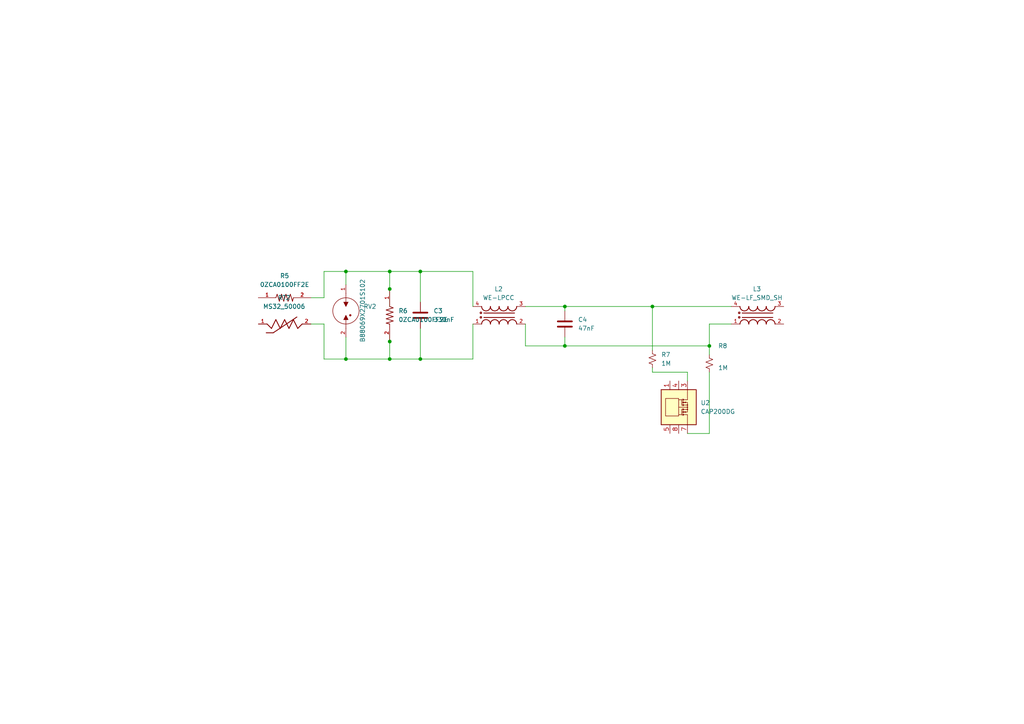
<source format=kicad_sch>
(kicad_sch (version 20231120) (generator "eeschema") (generator_version "8.0")
  (paper "A4")
  (lib_symbols
    (symbol "0ZCA0100FF2E:0ZCA0100FF2E" (pin_names (offset 1.016))
      (property "Reference" "R" (at -3.81 1.4986 0))
      (property "Value" "0ZCA0100FF2E" (at -3.81 -3.302 0))
      (symbol "0ZCA0100FF2E_0_0"
        (polyline (pts (xy -2.54 0) (xy -2.159 1.016)) (stroke (width 0.2032)))
        (polyline (pts (xy -2.159 1.016) (xy -1.524 -1.016)) (stroke (width 0.2032)))
        (polyline (pts (xy -1.524 -1.016) (xy -0.889 1.016)) (stroke (width 0.2032)))
        (polyline (pts (xy -0.889 1.016) (xy -0.254 -1.016)) (stroke (width 0.2032)))
        (polyline (pts (xy -0.254 -1.016) (xy 0.381 1.016)) (stroke (width 0.2032)))
        (polyline (pts (xy 0.381 1.016) (xy 1.016 -1.016)) (stroke (width 0.2032)))
        (polyline (pts (xy 1.016 -1.016) (xy 1.651 1.016)) (stroke (width 0.2032)))
        (polyline (pts (xy 1.651 1.016) (xy 2.286 -1.016)) (stroke (width 0.2032)))
        (polyline (pts (xy 2.286 -1.016) (xy 2.54 0)) (stroke (width 0.2032)))
        (pin passive line (at -7.62 0 0) (length 5.08) (name "~") (number "1"))
        (pin passive line (at 7.62 0 180) (length 5.08) (name "~") (number "2"))
      )
    )
    (symbol "B88069X2701S102:B88069X2701S102" (pin_names (offset 1.016))
      (property "Reference" "RV" (at 5.08 0 0))
      (property "Value" "B88069X2701S102" (at 5.08 -2.54 0))
      (symbol "B88069X2701S102_0_0"
        (polyline (pts (xy 0 -2.54) (xy 0 -5.08)) (stroke (width 0.1524)))
        (polyline (pts (xy 0 2.54) (xy 0 5.08)) (stroke (width 0.1524)))
        (polyline (pts (xy -0.635 -2.54) (xy 0.635 -2.54) (xy 0 -1.27) (xy -0.635 -2.54)) (stroke (width 0.1524)) (fill (type outline)))
        (polyline (pts (xy 0.635 2.54) (xy -0.635 2.54) (xy 0 1.27) (xy 0.635 2.54)) (stroke (width 0.1524)) (fill (type outline)))
        (circle (center 0 0) (radius 3.81) (stroke (width 0.1524)))
        (circle (center 1.27 -1.27) (radius 0.1588) (stroke (width 0.3175)))
        (pin passive line (at 0 7.62 270) (length 2.54) (name "~") (number "1"))
        (pin passive line (at 0 -7.62 90) (length 2.54) (name "~") (number "2"))
      )
    )
    (symbol "Device:C" (pin_numbers hide) (pin_names (offset 0.254))
      (property "Reference" "C" (at 0.635 2.54 0))
      (property "Value" "C" (at 0.635 -2.54 0))
      (symbol "C_0_1"
        (polyline (pts (xy -2.032 -0.762) (xy 2.032 -0.762)) (stroke (width 0.508)))
        (polyline (pts (xy -2.032 0.762) (xy 2.032 0.762)) (stroke (width 0.508)))
      )
      (symbol "C_1_1"
        (pin passive line (at 0 3.81 270) (length 2.794) (name "~") (number "1"))
        (pin passive line (at 0 -3.81 90) (length 2.794) (name "~") (number "2"))
      )
    )
    (symbol "Device:R_Small_US" (pin_numbers hide) (pin_names (offset 0.254) hide)
      (property "Reference" "R" (at 0.762 0.508 0))
      (property "Value" "R_Small_US" (at 0.762 -1.016 0))
      (symbol "R_Small_US_1_1"
        (polyline (pts (xy 0 0) (xy 1.016 -0.381) (xy 0 -0.762) (xy -1.016 -1.143) (xy 0 -1.524)))
        (polyline (pts (xy 0 1.524) (xy 1.016 1.143) (xy 0 0.762) (xy -1.016 0.381) (xy 0 0)))
        (pin passive line (at 0 2.54 270) (length 1.016) (name "~") (number "1"))
        (pin passive line (at 0 -2.54 90) (length 1.016) (name "~") (number "2"))
      )
    )
    (symbol "MS32_50006:MS32_50006" (pin_names (offset 1.016))
      (property "Reference" "RT" (at -5.08 2.54 0))
      (property "Value" "MS32_50006" (at -5.08 -5.08 0))
      (symbol "MS32_50006_0_0"
        (polyline (pts (xy -3.81 -1.27) (xy -5.08 0)) (stroke (width 0.254)))
        (polyline (pts (xy -3.302 -2.54) (xy -5.334 -2.54)) (stroke (width 0.254)))
        (polyline (pts (xy -3.302 -2.54) (xy 3.556 2.032)) (stroke (width 0.254)))
        (polyline (pts (xy -2.54 1.27) (xy -3.81 -1.27)) (stroke (width 0.254)))
        (polyline (pts (xy -1.27 -1.27) (xy -2.54 1.27)) (stroke (width 0.254)))
        (polyline (pts (xy -1.27 -1.27) (xy 0 1.27)) (stroke (width 0.254)))
        (polyline (pts (xy 0 1.27) (xy 1.27 -1.27)) (stroke (width 0.254)))
        (polyline (pts (xy 1.27 -1.27) (xy 2.54 1.27)) (stroke (width 0.254)))
        (polyline (pts (xy 2.54 1.27) (xy 3.81 -1.27)) (stroke (width 0.254)))
        (polyline (pts (xy 3.81 -1.27) (xy 5.08 0)) (stroke (width 0.254)))
        (pin passive line (at -7.62 0 0) (length 2.54) (name "~") (number "1"))
        (pin passive line (at 7.62 0 180) (length 2.54) (name "~") (number "2"))
      )
    )
    (symbol "Power_Management:CAP200DG" (pin_names (offset 1.27))
      (property "Reference" "U" (at 3.81 8.89 0))
      (property "Value" "CAP200DG" (at 3.81 6.35 0))
      (symbol "CAP200DG_0_1"
        (rectangle (start -5.08 5.08) (end 5.08 -5.08) (stroke (width 0.254)) (fill (type background)))
        (rectangle (start -3.81 2.54) (end 0 -2.54))
        (polyline (pts (xy 0.889 -2.159) (xy 0 -2.159)))
        (polyline (pts (xy 0.889 -0.508) (xy 0.889 -2.286)))
        (polyline (pts (xy 0.889 2.159) (xy 0 2.159)))
        (polyline (pts (xy 0.889 2.286) (xy 0.889 0.508)))
        (polyline (pts (xy 1.27 -2.159) (xy 2.54 -2.159)))
        (polyline (pts (xy 1.27 2.159) (xy 2.54 2.159)))
        (polyline (pts (xy 2.413 0) (xy 0 0)))
        (polyline (pts (xy 2.54 -2.159) (xy 2.54 -5.08)))
        (polyline (pts (xy 1.27 -2.032) (xy 1.27 -2.286) (xy 1.27 -2.286)) (stroke (width 0.3556)))
        (polyline (pts (xy 1.27 -1.27) (xy 1.27 -1.524) (xy 1.27 -1.524)) (stroke (width 0.3556)))
        (polyline (pts (xy 1.27 0.762) (xy 1.27 0.508) (xy 1.27 0.508)) (stroke (width 0.3556)))
        (polyline (pts (xy 1.27 1.524) (xy 1.27 1.27) (xy 1.27 1.27)) (stroke (width 0.3556)))
        (polyline (pts (xy 1.27 2.286) (xy 1.27 2.032) (xy 1.27 2.032)) (stroke (width 0.3556)))
        (polyline (pts (xy 1.397 -1.397) (xy 2.54 -1.397) (xy 2.54 -0.635)))
        (polyline (pts (xy 1.397 1.397) (xy 2.54 1.397) (xy 2.54 0.635)))
        (polyline (pts (xy 2.54 2.159) (xy 2.54 5.08) (xy 2.54 3.175)))
        (polyline (pts (xy 1.397 -0.635) (xy 2.54 -0.635) (xy 2.54 0.635) (xy 1.397 0.635)))
        (polyline (pts (xy 1.524 -1.397) (xy 2.032 -1.27) (xy 2.032 -1.524) (xy 1.524 -1.397)))
        (polyline (pts (xy 1.524 1.397) (xy 2.032 1.524) (xy 2.032 1.27) (xy 1.524 1.397)))
        (circle (center 2.54 -0.635) (radius 0.127))
        (circle (center 2.54 0) (radius 0.127))
        (circle (center 2.54 0.635) (radius 0.127))
      )
      (symbol "CAP200DG_1_1"
        (polyline (pts (xy 1.27 -0.508) (xy 1.27 -0.762)) (stroke (width 0.3556)))
        (pin passive line (at -2.54 7.62 270) (length 2.54) (name "~") (number "1"))
        (pin passive line (at 2.54 7.62 270) (length 2.54) hide (name "~") (number "2"))
        (pin passive line (at 2.54 7.62 270) (length 2.54) (name "~") (number "3"))
        (pin passive line (at 0 7.62 270) (length 2.54) (name "~") (number "4"))
        (pin passive line (at -2.54 -7.62 90) (length 2.54) (name "~") (number "5"))
        (pin passive line (at 2.54 -7.62 90) (length 2.54) hide (name "~") (number "6"))
        (pin passive line (at 2.54 -7.62 90) (length 2.54) (name "~") (number "7"))
        (pin passive line (at 0 -7.62 90) (length 2.54) (name "~") (number "8"))
      )
    )
    (symbol "WE-LF_SMD_SH:WE-LF_SMD_SH" (pin_names (offset 1.016))
      (property "Reference" "L" (at 0 3.51 0))
      (property "Value" "WE-LF_SMD_SH" (at -4.44 -5.12 0))
      (symbol "WE-LF_SMD_SH_0_0"
        (circle (center -5.3 -0.6) (radius 0.1) (stroke (width 0.254)))
        (circle (center -5.3 0.7) (radius 0.1) (stroke (width 0.254)))
        (arc (start -5.08 2.54) (mid -3.81 1.2755) (end -2.54 2.54) (stroke (width 0.254)))
        (arc (start -2.54 -2.54) (mid -3.81 -1.2755) (end -5.08 -2.54) (stroke (width 0.254)))
        (arc (start -2.54 2.54) (mid -1.27 1.2755) (end 0 2.54) (stroke (width 0.254)))
        (arc (start 0 -2.54) (mid -1.27 -1.2755) (end -2.54 -2.54) (stroke (width 0.254)))
        (polyline (pts (xy -4.445 -0.635) (xy 4.445 -0.635)) (stroke (width 0.254)))
        (polyline (pts (xy -4.445 0.635) (xy 4.445 0.635)) (stroke (width 0.254)))
        (arc (start 0 2.54) (mid 1.27 1.2755) (end 2.54 2.54) (stroke (width 0.254)))
        (arc (start 2.54 -2.54) (mid 1.27 -1.2755) (end 0 -2.54) (stroke (width 0.254)))
        (arc (start 2.54 2.54) (mid 3.81 1.2755) (end 5.08 2.54) (stroke (width 0.254)))
        (arc (start 5.08 -2.54) (mid 3.81 -1.2755) (end 2.54 -2.54) (stroke (width 0.254)))
        (pin passive line (at -7.62 -2.54 0) (length 2.54) (name "~") (number "1"))
        (pin passive line (at 7.62 -2.54 180) (length 2.54) (name "~") (number "2"))
        (pin passive line (at 7.62 2.54 180) (length 2.54) (name "~") (number "3"))
        (pin passive line (at -7.62 2.54 0) (length 2.54) (name "~") (number "4"))
      )
    )
    (symbol "WE-LPCC:WE-LPCC" (pin_names (offset 1.016))
      (property "Reference" "L" (at 0 3.302 0))
      (symbol "WE-LPCC_0_0"
        (circle (center -5.3 -0.6) (radius 0.1) (stroke (width 0.254)))
        (circle (center -5.3 0.7) (radius 0.1) (stroke (width 0.254)))
        (arc (start -5.08 2.54) (mid -3.81 1.2755) (end -2.54 2.54) (stroke (width 0.254)))
        (arc (start -2.54 -2.54) (mid -3.81 -1.2755) (end -5.08 -2.54) (stroke (width 0.254)))
        (arc (start -2.54 2.54) (mid -1.27 1.2755) (end 0 2.54) (stroke (width 0.254)))
        (arc (start 0 -2.54) (mid -1.27 -1.2755) (end -2.54 -2.54) (stroke (width 0.254)))
        (polyline (pts (xy -4.445 -0.635) (xy 4.445 -0.635)) (stroke (width 0.254)))
        (polyline (pts (xy -4.445 0.635) (xy 4.445 0.635)) (stroke (width 0.254)))
        (arc (start 0 2.54) (mid 1.27 1.2755) (end 2.54 2.54) (stroke (width 0.254)))
        (arc (start 2.54 -2.54) (mid 1.27 -1.2755) (end 0 -2.54) (stroke (width 0.254)))
        (arc (start 2.54 2.54) (mid 3.81 1.2755) (end 5.08 2.54) (stroke (width 0.254)))
        (arc (start 5.08 -2.54) (mid 3.81 -1.2755) (end 2.54 -2.54) (stroke (width 0.254)))
        (pin passive line (at -7.62 -2.54 0) (length 2.54) (name "~") (number "1"))
        (pin passive line (at 7.62 -2.54 180) (length 2.54) (name "~") (number "2"))
        (pin passive line (at 7.62 2.54 180) (length 2.54) (name "~") (number "3"))
        (pin passive line (at -7.62 2.54 0) (length 2.54) (name "~") (number "4"))
      )
    )
  )
  (junction (at 121.92 104.14))
  (junction (at 163.83 88.9))
  (junction (at 189.23 88.9))
  (junction (at 113.03 104.14))
  (junction (at 113.03 78.74))
  (junction (at 163.83 100.33))
  (junction (at 113.03 83.82))
  (junction (at 113.03 99.06))
  (junction (at 121.92 78.74))
  (junction (at 205.74 100.33))
  (junction (at 100.33 78.74))
  (junction (at 100.33 104.14))
  (wire (pts (xy 113.03 96.52) (xy 113.03 99.06)))
  (wire (pts (xy 113.03 99.06) (xy 113.03 104.14)))
  (wire (pts (xy 100.33 104.14) (xy 113.03 104.14)))
  (wire (pts (xy 113.03 78.74) (xy 113.03 83.82)))
  (wire (pts (xy 93.98 104.14) (xy 93.98 93.98)))
  (wire (pts (xy 189.23 88.9) (xy 212.09 88.9)))
  (wire (pts (xy 113.03 83.82) (xy 113.03 88.9)))
  (wire (pts (xy 205.74 93.98) (xy 205.74 100.33)))
  (wire (pts (xy 121.92 104.14) (xy 137.16 104.14)))
  (wire (pts (xy 163.83 100.33) (xy 205.74 100.33)))
  (wire (pts (xy 93.98 93.98) (xy 90.17 93.98)))
  (wire (pts (xy 205.74 107.95) (xy 205.74 125.73)))
  (wire (pts (xy 189.23 88.9) (xy 189.23 101.6)))
  (wire (pts (xy 152.4 88.9) (xy 163.83 88.9)))
  (wire (pts (xy 199.39 107.95) (xy 189.23 107.95)))
  (wire (pts (xy 100.33 104.14) (xy 93.98 104.14)))
  (wire (pts (xy 100.33 78.74) (xy 100.33 82.55)))
  (wire (pts (xy 121.92 95.25) (xy 121.92 104.14)))
  (wire (pts (xy 100.33 78.74) (xy 93.98 78.74)))
  (wire (pts (xy 137.16 88.9) (xy 137.16 78.74)))
  (wire (pts (xy 121.92 78.74) (xy 121.92 87.63)))
  (wire (pts (xy 93.98 78.74) (xy 93.98 86.36)))
  (wire (pts (xy 163.83 88.9) (xy 189.23 88.9)))
  (wire (pts (xy 113.03 78.74) (xy 121.92 78.74)))
  (wire (pts (xy 152.4 100.33) (xy 163.83 100.33)))
  (wire (pts (xy 163.83 97.79) (xy 163.83 100.33)))
  (wire (pts (xy 205.74 125.73) (xy 199.39 125.73)))
  (wire (pts (xy 152.4 93.98) (xy 152.4 100.33)))
  (wire (pts (xy 205.74 100.33) (xy 205.74 102.87)))
  (wire (pts (xy 121.92 104.14) (xy 113.03 104.14)))
  (wire (pts (xy 137.16 93.98) (xy 137.16 104.14)))
  (wire (pts (xy 100.33 97.79) (xy 100.33 104.14)))
  (wire (pts (xy 205.74 93.98) (xy 212.09 93.98)))
  (wire (pts (xy 163.83 88.9) (xy 163.83 90.17)))
  (wire (pts (xy 199.39 110.49) (xy 199.39 107.95)))
  (wire (pts (xy 137.16 78.74) (xy 121.92 78.74)))
  (wire (pts (xy 93.98 86.36) (xy 90.17 86.36)))
  (wire (pts (xy 189.23 107.95) (xy 189.23 106.68)))
  (wire (pts (xy 113.03 78.74) (xy 100.33 78.74)))
  (symbol (lib_id "0ZCA0100FF2E:0ZCA0100FF2E") (at 82.55 86.36 0) (unit 1)
    (property "Reference" "R5" (at 82.55 80.01 0))
    (property "Value" "0ZCA0100FF2E" (at 82.55 82.55 0))
    (property "Footprint" "0ZCA0100FF2E:RESC3216X125N" (effects (hide yes)))
    (property "MF" "Bel Fuse" (effects (hide yes)))
    (property "Description_1" "\nPolymeric PTC Resettable Fuse 6V 1 A Ih Surface Mount 1206 (3216 Metric), Concave\n" (effects (hide yes)))
    (property "Package" "1206 Bel Fuse" (effects (hide yes)))
    (property "Price" "None" (effects (hide yes)))
    (property "SnapEDA_Link" "https://www.snapeda.com/parts/0ZCA0100FF2E/Bel+Fuse+Inc./view-part/?ref=snap" (effects (hide yes)))
    (property "MP" "0ZCA0100FF2E" (effects (hide yes)))
    (property "Availability" "In Stock" (effects (hide yes)))
    (property "Check_prices" "https://www.snapeda.com/parts/0ZCA0100FF2E/Bel+Fuse+Inc./view-part/?ref=eda" (effects (hide yes)))
  )
  (symbol (lib_id "MS32_50006:MS32_50006") (at 82.55 93.98 0) (unit 1)
    (property "Reference" "RT2" (at 82.423 86.36 0))
    (property "Value" "MS32_50006" (at 82.423 88.9 0))
    (property "Footprint" "MS32_50006:THERM_MS32_50006" (effects (hide yes)))
    (property "MF" "Ametherm" (effects (hide yes)))
    (property "MAXIMUM_PACKAGE_HEIGHT" "39.35mm" (effects (hide yes)))
    (property "Package" "None" (effects (hide yes)))
    (property "Price" "None" (effects (hide yes)))
    (property "Check_prices" "https://www.snapeda.com/parts/MS32%2050006/Ametherm/view-part/?ref=eda" (effects (hide yes)))
    (property "STANDARD" "IPC 7351B" (effects (hide yes)))
    (property "PARTREV" "02/20/2012" (effects (hide yes)))
    (property "SnapEDA_Link" "https://www.snapeda.com/parts/MS32%2050006/Ametherm/view-part/?ref=snap" (effects (hide yes)))
    (property "MP" "MS32 50006" (effects (hide yes)))
    (property "Description_1" "\nInrush Current Limiter 50 Ohms ±25% 6 A 1.220 (31.00mm)\n" (effects (hide yes)))
    (property "MANUFACTURER" "Ametherm" (effects (hide yes)))
    (property "Availability" "In Stock" (effects (hide yes)))
    (property "SNAPEDA_PN" "MS32 50006" (effects (hide yes)))
  )
  (symbol (lib_id "B88069X2701S102:B88069X2701S102") (at 100.33 90.17 0) (unit 1)
    (property "Reference" "RV2" (at 105.41 88.8999 0) (effects (justify left)))
    (property "Value" "B88069X2701S102" (at 105.156 99.314 90) (effects (justify left)))
    (property "Footprint" "B88069X2701S102:RESAD1540W100L790D820" (effects (hide yes)))
    (property "MF" "EPCOS" (effects (hide yes)))
    (property "MAXIMUM_PACKAGE_HEIGHT" "8.2 mm" (effects (hide yes)))
    (property "Package" "None" (effects (hide yes)))
    (property "Price" "None" (effects (hide yes)))
    (property "Check_prices" "https://www.snapeda.com/parts/B88069X2701S102/EPCOS/view-part/?ref=eda" (effects (hide yes)))
    (property "STANDARD" "IPC-7351B" (effects (hide yes)))
    (property "PARTREV" "7/28/2022" (effects (hide yes)))
    (property "SnapEDA_Link" "https://www.snapeda.com/parts/B88069X2701S102/EPCOS/view-part/?ref=snap" (effects (hide yes)))
    (property "MP" "B88069X2701S102" (effects (hide yes)))
    (property "Description_1" "\nGDT 2 Electrode Surge Arrester\n" (effects (hide yes)))
    (property "Availability" "Not in stock" (effects (hide yes)))
    (property "MANUFACTURER" "TDK" (effects (hide yes)))
  )
  (symbol (lib_id "Device:R_Small_US") (at 205.74 105.41 0) (unit 1)
    (property "Reference" "R8" (at 208.28 100.3299 0) (effects (justify left)))
    (property "Value" "1M" (at 208.28 106.6799 0) (effects (justify left)))
    (property "Description" "Resistor, small US symbol" (effects (hide yes)))
  )
  (symbol (lib_id "Device:C") (at 121.92 91.44 0) (unit 1)
    (property "Reference" "C3" (at 125.73 90.1699 0) (effects (justify left)))
    (property "Value" "330nF" (at 125.73 92.7099 0) (effects (justify left)))
    (property "Description" "Unpolarized capacitor" (effects (hide yes)))
  )
  (symbol (lib_id "Device:R_Small_US") (at 189.23 104.14 0) (unit 1)
    (property "Reference" "R7" (at 191.77 102.8699 0) (effects (justify left)))
    (property "Value" "1M" (at 191.77 105.4099 0) (effects (justify left)))
    (property "Description" "Resistor, small US symbol" (effects (hide yes)))
  )
  (symbol (lib_id "Device:C") (at 163.83 93.98 0) (unit 1)
    (property "Reference" "C4" (at 167.64 92.7099 0) (effects (justify left)))
    (property "Value" "47nF" (at 167.64 95.2499 0) (effects (justify left)))
    (property "Description" "Unpolarized capacitor" (effects (hide yes)))
  )
  (symbol (lib_id "WE-LPCC:WE-LPCC") (at 144.78 91.44 0) (unit 1)
    (property "Reference" "L2" (at 144.62 83.82 0))
    (property "Value" "WE-LPCC" (at 144.62 86.36 0))
    (property "Footprint" "WE-LPCC:WE-LPCC_7448680140" (effects (hide yes)))
    (property "MF" "Würth Elektronik" (effects (hide yes)))
    (property "Description_1" "\nCHOKE, COMMON MODE, 230UH, 16A, RAD; Inductance:230µH; Rated Current:16A; Product Range:WE-LPCC Series; SVHC:No SVHC (15-Jan-2019)\n" (effects (hide yes)))
    (property "Package" "None" (effects (hide yes)))
    (property "MOUNT" "SMT" (effects (hide yes)))
    (property "IR" "16A" (effects (hide yes)))
    (property "VALUE" "230uH" (effects (hide yes)))
    (property "Availability" "In Stock" (effects (hide yes)))
    (property "VR" "250  V (AC)" (effects (hide yes)))
    (property "SnapEDA_Link" "https://www.snapeda.com/parts/7448680140/Wurth+Elektronik/view-part/?ref=snap" (effects (hide yes)))
    (property "DATASHEET-URL" "https://katalog.we-online.com/pbs/datasheet/7448680140.pdf" (effects (hide yes)))
    (property "MP" "7448680140" (effects (hide yes)))
    (property "RDC" "3.6mOhm" (effects (hide yes)))
    (property "PART-NUMBER" "7448680140" (effects (hide yes)))
    (property "VT" "1500  V (AC)" (effects (hide yes)))
    (property "Price" "None" (effects (hide yes)))
    (property "Check_prices" "https://www.snapeda.com/parts/7448680140/Wurth+Elektronik/view-part/?ref=eda" (effects (hide yes)))
  )
  (symbol (lib_id "Power_Management:CAP200DG") (at 196.85 118.11 0) (unit 1)
    (property "Reference" "U2" (at 203.2 116.8399 0) (effects (justify left)))
    (property "Value" "CAP200DG" (at 203.2 119.3799 0) (effects (justify left)))
    (property "Footprint" "Package_SO:SOIC-8_3.9x4.9mm_P1.27mm" (effects (hide yes)))
    (property "Datasheet" "https://ac-dc.power.com/sites/default/files/product-docs/capzero-2_family_datasheet.pdf" (effects (hide yes)))
    (property "Description" "CapZero Zero Loss Automatic Capacitor Discharge IC, 1000V, 100nF-6uF, 7.5M-142kOhm, SOIC-8" (effects (hide yes)))
  )
  (symbol (lib_id "0ZCA0100FF2E:0ZCA0100FF2E") (at 113.03 91.44 270) (unit 1)
    (property "Reference" "R6" (at 115.57 90.1699 90) (effects (justify left)))
    (property "Value" "0ZCA0100FF2E" (at 115.57 92.7099 90) (effects (justify left)))
    (property "Footprint" "0ZCA0100FF2E:RESC3216X125N" (effects (hide yes)))
    (property "MF" "Bel Fuse" (effects (hide yes)))
    (property "Description_1" "\nPolymeric PTC Resettable Fuse 6V 1 A Ih Surface Mount 1206 (3216 Metric), Concave\n" (effects (hide yes)))
    (property "Package" "1206 Bel Fuse" (effects (hide yes)))
    (property "Price" "None" (effects (hide yes)))
    (property "SnapEDA_Link" "https://www.snapeda.com/parts/0ZCA0100FF2E/Bel+Fuse+Inc./view-part/?ref=snap" (effects (hide yes)))
    (property "MP" "0ZCA0100FF2E" (effects (hide yes)))
    (property "Availability" "In Stock" (effects (hide yes)))
    (property "Check_prices" "https://www.snapeda.com/parts/0ZCA0100FF2E/Bel+Fuse+Inc./view-part/?ref=eda" (effects (hide yes)))
  )
  (symbol (lib_id "WE-LF_SMD_SH:WE-LF_SMD_SH") (at 219.71 91.44 0) (unit 1)
    (property "Reference" "L3" (at 219.55 83.82 0))
    (property "Value" "WE-LF_SMD_SH" (at 219.55 86.36 0))
    (property "Footprint" "WE-LF_SMD_SH:WE-LF_SMD_SH" (effects (hide yes)))
    (property "MF" "Würth Elektronik" (effects (hide yes)))
    (property "Description_1" "\nCMC 6.8MH 1.4A 2LN SMD\n" (effects (hide yes)))
    (property "Package" "Horizontal-4 Wurth Electronics" (effects (hide yes)))
    (property "Price" "None" (effects (hide yes)))
    (property "SnapEDA_Link" "https://www.snapeda.com/parts/7446631007/Wurth+Elektronik/view-part/?ref=snap" (effects (hide yes)))
    (property "MP" "7446631007" (effects (hide yes)))
    (property "Availability" "In Stock" (effects (hide yes)))
    (property "Check_prices" "https://www.snapeda.com/parts/7446631007/Wurth+Elektronik/view-part/?ref=eda" (effects (hide yes)))
  )
)
</source>
